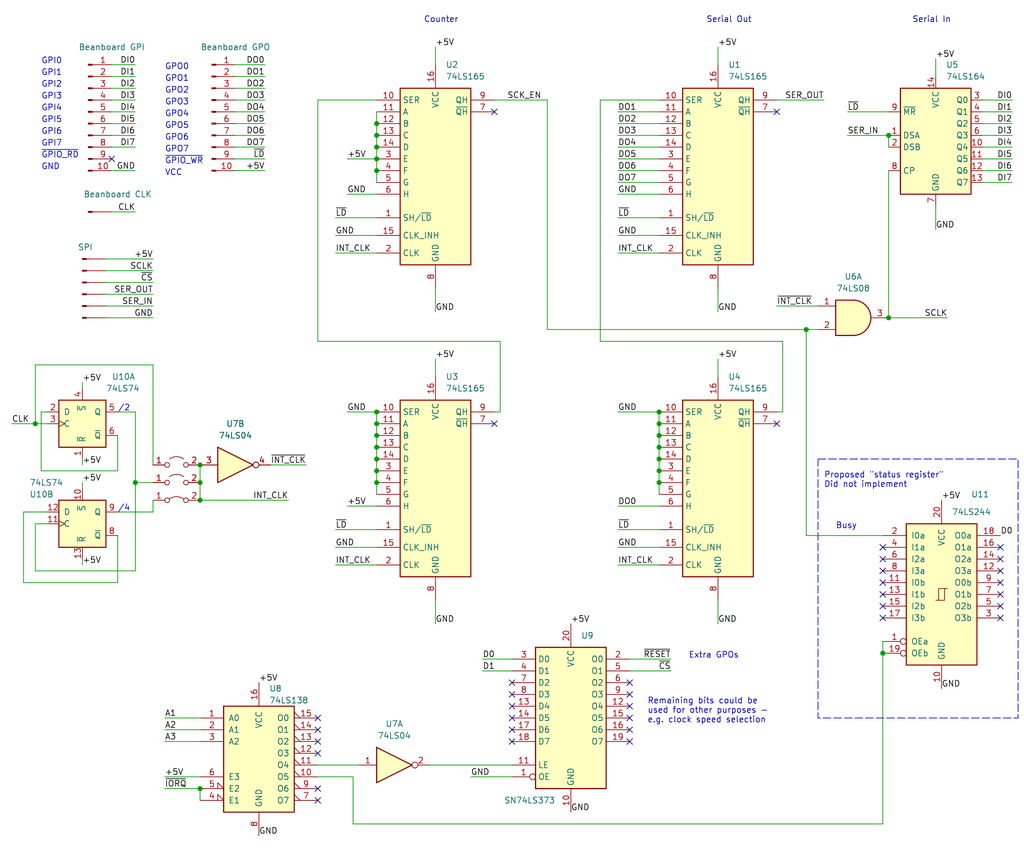
<source format=kicad_sch>
(kicad_sch (version 20230121) (generator eeschema)
  (paper "User" 221.005 183.007)
  (title_block (title "SPI transmit"))
  (lib_symbols
    (symbol "74LS164:74LS164"
      (property "Reference" "U" (at 1.905 -13.97 0))
      (property "Value" "74LS164" (at 1.905 -16.51 0))
      (symbol "74LS164_0_1"
        (rectangle (start 7.62 10.16) (end -7.62 -12.7) (stroke (width 0.254)) (fill (type background)))
      )
      (symbol "74LS164_1_1"
        (pin input line (at -10.16 0 0) (length 2.54) (name "DSA") (number "1"))
        (pin output line (at 10.16 -2.54 180) (length 2.54) (name "Q4") (number "10"))
        (pin output line (at 10.16 -5.08 180) (length 2.54) (name "Q5") (number "11"))
        (pin output line (at 10.16 -7.62 180) (length 2.54) (name "Q6") (number "12"))
        (pin output line (at 10.16 -10.16 180) (length 2.54) (name "Q7") (number "13"))
        (pin power_in line (at 0 12.7 270) (length 2.54) (name "VCC") (number "14"))
        (pin input line (at -10.16 -2.54 0) (length 2.54) (name "DSB") (number "2"))
        (pin output line (at 10.16 7.62 180) (length 2.54) (name "Q0") (number "3"))
        (pin output line (at 10.16 5.08 180) (length 2.54) (name "Q1") (number "4"))
        (pin output line (at 10.16 2.54 180) (length 2.54) (name "Q2") (number "5"))
        (pin output line (at 10.16 0 180) (length 2.54) (name "Q3") (number "6"))
        (pin power_in line (at 0 -15.24 90) (length 2.54) (name "GND") (number "7"))
        (pin input line (at -10.16 -7.62 0) (length 2.54) (name "CP") (number "8"))
        (pin input line (at -10.16 5.08 0) (length 2.54) (name "~{MR}") (number "9"))
      )
    )
    (symbol "74LS165:74LS165"
      (property "Reference" "U" (at -7.62 19.05 0))
      (property "Value" "74LS165" (at -7.62 -21.59 0))
      (symbol "74LS165_1_0"
        (pin input line (at -12.7 -10.16 0) (length 5.08) (name "SH/~{LD}") (number "1"))
        (pin input line (at -12.7 15.24 0) (length 5.08) (name "SER") (number "10"))
        (pin input line (at -12.7 12.7 0) (length 5.08) (name "A") (number "11"))
        (pin input line (at -12.7 10.16 0) (length 5.08) (name "B") (number "12"))
        (pin input line (at -12.7 7.62 0) (length 5.08) (name "C") (number "13"))
        (pin input line (at -12.7 5.08 0) (length 5.08) (name "D") (number "14"))
        (pin input line (at -12.7 -13.97 0) (length 5.08) (name "CLK_INH") (number "15"))
        (pin power_in line (at 0 22.86 270) (length 5.08) (name "VCC") (number "16"))
        (pin input line (at -12.7 -17.78 0) (length 5.08) (name "CLK") (number "2"))
        (pin input line (at -12.7 2.54 0) (length 5.08) (name "E") (number "3"))
        (pin input line (at -12.7 0 0) (length 5.08) (name "F") (number "4"))
        (pin input line (at -12.7 -2.54 0) (length 5.08) (name "G") (number "5"))
        (pin input line (at -12.7 -5.08 0) (length 5.08) (name "H") (number "6"))
        (pin output line (at 12.7 12.7 180) (length 5.08) (name "~{QH}") (number "7"))
        (pin power_in line (at 0 -25.4 90) (length 5.08) (name "GND") (number "8"))
        (pin output line (at 12.7 15.24 180) (length 5.08) (name "QH") (number "9"))
      )
      (symbol "74LS165_1_1"
        (rectangle (start -7.62 17.78) (end 7.62 -20.32) (stroke (width 0.254)) (fill (type background)))
      )
    )
    (symbol "74xx:74LS04"
      (property "Reference" "U" (at 0 1.27 0))
      (property "Value" "74LS04" (at 0 -1.27 0))
      (symbol "74LS04_1_0"
        (polyline (pts (xy -3.81 3.81) (xy -3.81 -3.81) (xy 3.81 0) (xy -3.81 3.81)) (stroke (width 0.254)) (fill (type background)))
        (pin input line (at -7.62 0 0) (length 3.81) (name "~") (number "1"))
        (pin output inverted (at 7.62 0 180) (length 3.81) (name "~") (number "2"))
      )
      (symbol "74LS04_2_0"
        (polyline (pts (xy -3.81 3.81) (xy -3.81 -3.81) (xy 3.81 0) (xy -3.81 3.81)) (stroke (width 0.254)) (fill (type background)))
        (pin input line (at -7.62 0 0) (length 3.81) (name "~") (number "3"))
        (pin output inverted (at 7.62 0 180) (length 3.81) (name "~") (number "4"))
      )
      (symbol "74LS04_3_0"
        (polyline (pts (xy -3.81 3.81) (xy -3.81 -3.81) (xy 3.81 0) (xy -3.81 3.81)) (stroke (width 0.254)) (fill (type background)))
        (pin input line (at -7.62 0 0) (length 3.81) (name "~") (number "5"))
        (pin output inverted (at 7.62 0 180) (length 3.81) (name "~") (number "6"))
      )
      (symbol "74LS04_4_0"
        (polyline (pts (xy -3.81 3.81) (xy -3.81 -3.81) (xy 3.81 0) (xy -3.81 3.81)) (stroke (width 0.254)) (fill (type background)))
        (pin output inverted (at 7.62 0 180) (length 3.81) (name "~") (number "8"))
        (pin input line (at -7.62 0 0) (length 3.81) (name "~") (number "9"))
      )
      (symbol "74LS04_5_0"
        (polyline (pts (xy -3.81 3.81) (xy -3.81 -3.81) (xy 3.81 0) (xy -3.81 3.81)) (stroke (width 0.254)) (fill (type background)))
        (pin output inverted (at 7.62 0 180) (length 3.81) (name "~") (number "10"))
        (pin input line (at -7.62 0 0) (length 3.81) (name "~") (number "11"))
      )
      (symbol "74LS04_6_0"
        (polyline (pts (xy -3.81 3.81) (xy -3.81 -3.81) (xy 3.81 0) (xy -3.81 3.81)) (stroke (width 0.254)) (fill (type background)))
        (pin output inverted (at 7.62 0 180) (length 3.81) (name "~") (number "12"))
        (pin input line (at -7.62 0 0) (length 3.81) (name "~") (number "13"))
      )
      (symbol "74LS04_7_0"
        (pin power_in line (at 0 12.7 270) (length 5.08) (name "VCC") (number "14"))
        (pin power_in line (at 0 -12.7 90) (length 5.08) (name "GND") (number "7"))
      )
      (symbol "74LS04_7_1"
        (rectangle (start -5.08 7.62) (end 5.08 -7.62) (stroke (width 0.254)) (fill (type background)))
      )
    )
    (symbol "74xx:74LS08" (pin_names (offset 1.016))
      (property "Reference" "U" (at 0 1.27 0))
      (property "Value" "74LS08" (at 0 -1.27 0))
      (symbol "74LS08_1_1"
        (arc (start 0 -3.81) (mid 3.7934 0) (end 0 3.81) (stroke (width 0.254)) (fill (type background)))
        (polyline (pts (xy 0 3.81) (xy -3.81 3.81) (xy -3.81 -3.81) (xy 0 -3.81)) (stroke (width 0.254)) (fill (type background)))
        (pin input line (at -7.62 2.54 0) (length 3.81) (name "~") (number "1"))
        (pin input line (at -7.62 -2.54 0) (length 3.81) (name "~") (number "2"))
        (pin output line (at 7.62 0 180) (length 3.81) (name "~") (number "3"))
      )
      (symbol "74LS08_1_2"
        (arc (start -3.81 -3.81) (mid -2.589 0) (end -3.81 3.81) (stroke (width 0.254)))
        (arc (start -0.6096 -3.81) (mid 2.1842 -2.5851) (end 3.81 0) (stroke (width 0.254)) (fill (type background)))
        (polyline (pts (xy -3.81 -3.81) (xy -0.635 -3.81)) (stroke (width 0.254)) (fill (type background)))
        (polyline (pts (xy -3.81 3.81) (xy -0.635 3.81)) (stroke (width 0.254)) (fill (type background)))
        (polyline (pts (xy -0.635 3.81) (xy -3.81 3.81) (xy -3.81 3.81) (xy -3.556 3.4036) (xy -3.0226 2.2606) (xy -2.6924 1.0414) (xy -2.6162 -0.254) (xy -2.7686 -1.4986) (xy -3.175 -2.7178) (xy -3.81 -3.81) (xy -3.81 -3.81) (xy -0.635 -3.81)) (stroke (width -25.4)) (fill (type background)))
        (arc (start 3.81 0) (mid 2.1915 2.5936) (end -0.6096 3.81) (stroke (width 0.254)) (fill (type background)))
        (pin input inverted (at -7.62 2.54 0) (length 4.318) (name "~") (number "1"))
        (pin input inverted (at -7.62 -2.54 0) (length 4.318) (name "~") (number "2"))
        (pin output inverted (at 7.62 0 180) (length 3.81) (name "~") (number "3"))
      )
      (symbol "74LS08_2_1"
        (arc (start 0 -3.81) (mid 3.7934 0) (end 0 3.81) (stroke (width 0.254)) (fill (type background)))
        (polyline (pts (xy 0 3.81) (xy -3.81 3.81) (xy -3.81 -3.81) (xy 0 -3.81)) (stroke (width 0.254)) (fill (type background)))
        (pin input line (at -7.62 2.54 0) (length 3.81) (name "~") (number "4"))
        (pin input line (at -7.62 -2.54 0) (length 3.81) (name "~") (number "5"))
        (pin output line (at 7.62 0 180) (length 3.81) (name "~") (number "6"))
      )
      (symbol "74LS08_2_2"
        (arc (start -3.81 -3.81) (mid -2.589 0) (end -3.81 3.81) (stroke (width 0.254)))
        (arc (start -0.6096 -3.81) (mid 2.1842 -2.5851) (end 3.81 0) (stroke (width 0.254)) (fill (type background)))
        (polyline (pts (xy -3.81 -3.81) (xy -0.635 -3.81)) (stroke (width 0.254)) (fill (type background)))
        (polyline (pts (xy -3.81 3.81) (xy -0.635 3.81)) (stroke (width 0.254)) (fill (type background)))
        (polyline (pts (xy -0.635 3.81) (xy -3.81 3.81) (xy -3.81 3.81) (xy -3.556 3.4036) (xy -3.0226 2.2606) (xy -2.6924 1.0414) (xy -2.6162 -0.254) (xy -2.7686 -1.4986) (xy -3.175 -2.7178) (xy -3.81 -3.81) (xy -3.81 -3.81) (xy -0.635 -3.81)) (stroke (width -25.4)) (fill (type background)))
        (arc (start 3.81 0) (mid 2.1915 2.5936) (end -0.6096 3.81) (stroke (width 0.254)) (fill (type background)))
        (pin input inverted (at -7.62 2.54 0) (length 4.318) (name "~") (number "4"))
        (pin input inverted (at -7.62 -2.54 0) (length 4.318) (name "~") (number "5"))
        (pin output inverted (at 7.62 0 180) (length 3.81) (name "~") (number "6"))
      )
      (symbol "74LS08_3_1"
        (arc (start 0 -3.81) (mid 3.7934 0) (end 0 3.81) (stroke (width 0.254)) (fill (type background)))
        (polyline (pts (xy 0 3.81) (xy -3.81 3.81) (xy -3.81 -3.81) (xy 0 -3.81)) (stroke (width 0.254)) (fill (type background)))
        (pin input line (at -7.62 -2.54 0) (length 3.81) (name "~") (number "10"))
        (pin output line (at 7.62 0 180) (length 3.81) (name "~") (number "8"))
        (pin input line (at -7.62 2.54 0) (length 3.81) (name "~") (number "9"))
      )
      (symbol "74LS08_3_2"
        (arc (start -3.81 -3.81) (mid -2.589 0) (end -3.81 3.81) (stroke (width 0.254)))
        (arc (start -0.6096 -3.81) (mid 2.1842 -2.5851) (end 3.81 0) (stroke (width 0.254)) (fill (type background)))
        (polyline (pts (xy -3.81 -3.81) (xy -0.635 -3.81)) (stroke (width 0.254)) (fill (type background)))
        (polyline (pts (xy -3.81 3.81) (xy -0.635 3.81)) (stroke (width 0.254)) (fill (type background)))
        (polyline (pts (xy -0.635 3.81) (xy -3.81 3.81) (xy -3.81 3.81) (xy -3.556 3.4036) (xy -3.0226 2.2606) (xy -2.6924 1.0414) (xy -2.6162 -0.254) (xy -2.7686 -1.4986) (xy -3.175 -2.7178) (xy -3.81 -3.81) (xy -3.81 -3.81) (xy -0.635 -3.81)) (stroke (width -25.4)) (fill (type background)))
        (arc (start 3.81 0) (mid 2.1915 2.5936) (end -0.6096 3.81) (stroke (width 0.254)) (fill (type background)))
        (pin input inverted (at -7.62 -2.54 0) (length 4.318) (name "~") (number "10"))
        (pin output inverted (at 7.62 0 180) (length 3.81) (name "~") (number "8"))
        (pin input inverted (at -7.62 2.54 0) (length 4.318) (name "~") (number "9"))
      )
      (symbol "74LS08_4_1"
        (arc (start 0 -3.81) (mid 3.7934 0) (end 0 3.81) (stroke (width 0.254)) (fill (type background)))
        (polyline (pts (xy 0 3.81) (xy -3.81 3.81) (xy -3.81 -3.81) (xy 0 -3.81)) (stroke (width 0.254)) (fill (type background)))
        (pin output line (at 7.62 0 180) (length 3.81) (name "~") (number "11"))
        (pin input line (at -7.62 2.54 0) (length 3.81) (name "~") (number "12"))
        (pin input line (at -7.62 -2.54 0) (length 3.81) (name "~") (number "13"))
      )
      (symbol "74LS08_4_2"
        (arc (start -3.81 -3.81) (mid -2.589 0) (end -3.81 3.81) (stroke (width 0.254)))
        (arc (start -0.6096 -3.81) (mid 2.1842 -2.5851) (end 3.81 0) (stroke (width 0.254)) (fill (type background)))
        (polyline (pts (xy -3.81 -3.81) (xy -0.635 -3.81)) (stroke (width 0.254)) (fill (type background)))
        (polyline (pts (xy -3.81 3.81) (xy -0.635 3.81)) (stroke (width 0.254)) (fill (type background)))
        (polyline (pts (xy -0.635 3.81) (xy -3.81 3.81) (xy -3.81 3.81) (xy -3.556 3.4036) (xy -3.0226 2.2606) (xy -2.6924 1.0414) (xy -2.6162 -0.254) (xy -2.7686 -1.4986) (xy -3.175 -2.7178) (xy -3.81 -3.81) (xy -3.81 -3.81) (xy -0.635 -3.81)) (stroke (width -25.4)) (fill (type background)))
        (arc (start 3.81 0) (mid 2.1915 2.5936) (end -0.6096 3.81) (stroke (width 0.254)) (fill (type background)))
        (pin output inverted (at 7.62 0 180) (length 3.81) (name "~") (number "11"))
        (pin input inverted (at -7.62 2.54 0) (length 4.318) (name "~") (number "12"))
        (pin input inverted (at -7.62 -2.54 0) (length 4.318) (name "~") (number "13"))
      )
      (symbol "74LS08_5_0"
        (pin power_in line (at 0 12.7 270) (length 5.08) (name "VCC") (number "14"))
        (pin power_in line (at 0 -12.7 90) (length 5.08) (name "GND") (number "7"))
      )
      (symbol "74LS08_5_1"
        (rectangle (start -5.08 7.62) (end 5.08 -7.62) (stroke (width 0.254)) (fill (type background)))
      )
    )
    (symbol "74xx:74LS138" (pin_names (offset 1.016))
      (property "Reference" "U" (at -7.62 11.43 0))
      (property "Value" "74LS138" (at -7.62 -13.97 0))
      (symbol "74LS138_1_0"
        (pin input line (at -12.7 7.62 0) (length 5.08) (name "A0") (number "1"))
        (pin output output_low (at 12.7 -5.08 180) (length 5.08) (name "O5") (number "10"))
        (pin output output_low (at 12.7 -2.54 180) (length 5.08) (name "O4") (number "11"))
        (pin output output_low (at 12.7 0 180) (length 5.08) (name "O3") (number "12"))
        (pin output output_low (at 12.7 2.54 180) (length 5.08) (name "O2") (number "13"))
        (pin output output_low (at 12.7 5.08 180) (length 5.08) (name "O1") (number "14"))
        (pin output output_low (at 12.7 7.62 180) (length 5.08) (name "O0") (number "15"))
        (pin power_in line (at 0 15.24 270) (length 5.08) (name "VCC") (number "16"))
        (pin input line (at -12.7 5.08 0) (length 5.08) (name "A1") (number "2"))
        (pin input line (at -12.7 2.54 0) (length 5.08) (name "A2") (number "3"))
        (pin input input_low (at -12.7 -10.16 0) (length 5.08) (name "E1") (number "4"))
        (pin input input_low (at -12.7 -7.62 0) (length 5.08) (name "E2") (number "5"))
        (pin input line (at -12.7 -5.08 0) (length 5.08) (name "E3") (number "6"))
        (pin output output_low (at 12.7 -10.16 180) (length 5.08) (name "O7") (number "7"))
        (pin power_in line (at 0 -17.78 90) (length 5.08) (name "GND") (number "8"))
        (pin output output_low (at 12.7 -7.62 180) (length 5.08) (name "O6") (number "9"))
      )
      (symbol "74LS138_1_1"
        (rectangle (start -7.62 10.16) (end 7.62 -12.7) (stroke (width 0.254)) (fill (type background)))
      )
    )
    (symbol "74xx:74LS244" (pin_names (offset 1.016))
      (property "Reference" "U" (at -7.62 16.51 0))
      (property "Value" "74LS244" (at -7.62 -16.51 0))
      (symbol "74LS244_1_0"
        (polyline (pts (xy -0.635 -1.27) (xy -0.635 1.27) (xy 0.635 1.27)))
        (polyline (pts (xy -1.27 -1.27) (xy 0.635 -1.27) (xy 0.635 1.27) (xy 1.27 1.27)))
        (pin input inverted (at -12.7 -10.16 0) (length 5.08) (name "OEa") (number "1"))
        (pin power_in line (at 0 -20.32 90) (length 5.08) (name "GND") (number "10"))
        (pin input line (at -12.7 2.54 0) (length 5.08) (name "I0b") (number "11"))
        (pin tri_state line (at 12.7 5.08 180) (length 5.08) (name "O3a") (number "12"))
        (pin input line (at -12.7 0 0) (length 5.08) (name "I1b") (number "13"))
        (pin tri_state line (at 12.7 7.62 180) (length 5.08) (name "O2a") (number "14"))
        (pin input line (at -12.7 -2.54 0) (length 5.08) (name "I2b") (number "15"))
        (pin tri_state line (at 12.7 10.16 180) (length 5.08) (name "O1a") (number "16"))
        (pin input line (at -12.7 -5.08 0) (length 5.08) (name "I3b") (number "17"))
        (pin tri_state line (at 12.7 12.7 180) (length 5.08) (name "O0a") (number "18"))
        (pin input inverted (at -12.7 -12.7 0) (length 5.08) (name "OEb") (number "19"))
        (pin input line (at -12.7 12.7 0) (length 5.08) (name "I0a") (number "2"))
        (pin power_in line (at 0 20.32 270) (length 5.08) (name "VCC") (number "20"))
        (pin tri_state line (at 12.7 -5.08 180) (length 5.08) (name "O3b") (number "3"))
        (pin input line (at -12.7 10.16 0) (length 5.08) (name "I1a") (number "4"))
        (pin tri_state line (at 12.7 -2.54 180) (length 5.08) (name "O2b") (number "5"))
        (pin input line (at -12.7 7.62 0) (length 5.08) (name "I2a") (number "6"))
        (pin tri_state line (at 12.7 0 180) (length 5.08) (name "O1b") (number "7"))
        (pin input line (at -12.7 5.08 0) (length 5.08) (name "I3a") (number "8"))
        (pin tri_state line (at 12.7 2.54 180) (length 5.08) (name "O0b") (number "9"))
      )
      (symbol "74LS244_1_1"
        (rectangle (start -7.62 15.24) (end 7.62 -15.24) (stroke (width 0.254)) (fill (type background)))
      )
    )
    (symbol "74xx:74LS373"
      (property "Reference" "U" (at -7.62 16.51 0))
      (property "Value" "74LS373" (at -7.62 -16.51 0))
      (symbol "74LS373_1_0"
        (pin input inverted (at -12.7 -12.7 0) (length 5.08) (name "OE") (number "1"))
        (pin power_in line (at 0 -20.32 90) (length 5.08) (name "GND") (number "10"))
        (pin input line (at -12.7 -10.16 0) (length 5.08) (name "LE") (number "11"))
        (pin tri_state line (at 12.7 2.54 180) (length 5.08) (name "O4") (number "12"))
        (pin input line (at -12.7 2.54 0) (length 5.08) (name "D4") (number "13"))
        (pin input line (at -12.7 0 0) (length 5.08) (name "D5") (number "14"))
        (pin tri_state line (at 12.7 0 180) (length 5.08) (name "O5") (number "15"))
        (pin tri_state line (at 12.7 -2.54 180) (length 5.08) (name "O6") (number "16"))
        (pin input line (at -12.7 -2.54 0) (length 5.08) (name "D6") (number "17"))
        (pin input line (at -12.7 -5.08 0) (length 5.08) (name "D7") (number "18"))
        (pin tri_state line (at 12.7 -5.08 180) (length 5.08) (name "O7") (number "19"))
        (pin tri_state line (at 12.7 12.7 180) (length 5.08) (name "O0") (number "2"))
        (pin power_in line (at 0 20.32 270) (length 5.08) (name "VCC") (number "20"))
        (pin input line (at -12.7 12.7 0) (length 5.08) (name "D0") (number "3"))
        (pin input line (at -12.7 10.16 0) (length 5.08) (name "D1") (number "4"))
        (pin tri_state line (at 12.7 10.16 180) (length 5.08) (name "O1") (number "5"))
        (pin tri_state line (at 12.7 7.62 180) (length 5.08) (name "O2") (number "6"))
        (pin input line (at -12.7 7.62 0) (length 5.08) (name "D2") (number "7"))
        (pin input line (at -12.7 5.08 0) (length 5.08) (name "D3") (number "8"))
        (pin tri_state line (at 12.7 5.08 180) (length 5.08) (name "O3") (number "9"))
      )
      (symbol "74LS373_1_1"
        (rectangle (start -7.62 15.24) (end 7.62 -15.24) (stroke (width 0.254)) (fill (type background)))
      )
    )
    (symbol "74xx:74LS74" (pin_names (offset 1.016))
      (property "Reference" "U" (at -7.62 8.89 0))
      (property "Value" "74LS74" (at -7.62 -8.89 0))
      (symbol "74LS74_1_0"
        (pin input line (at 0 -7.62 90) (length 2.54) (name "~{R}") (number "1"))
        (pin input line (at -7.62 2.54 0) (length 2.54) (name "D") (number "2"))
        (pin input clock (at -7.62 0 0) (length 2.54) (name "C") (number "3"))
        (pin input line (at 0 7.62 270) (length 2.54) (name "~{S}") (number "4"))
        (pin output line (at 7.62 2.54 180) (length 2.54) (name "Q") (number "5"))
        (pin output line (at 7.62 -2.54 180) (length 2.54) (name "~{Q}") (number "6"))
      )
      (symbol "74LS74_1_1"
        (rectangle (start -5.08 5.08) (end 5.08 -5.08) (stroke (width 0.254)) (fill (type background)))
      )
      (symbol "74LS74_2_0"
        (pin input line (at 0 7.62 270) (length 2.54) (name "~{S}") (number "10"))
        (pin input clock (at -7.62 0 0) (length 2.54) (name "C") (number "11"))
        (pin input line (at -7.62 2.54 0) (length 2.54) (name "D") (number "12"))
        (pin input line (at 0 -7.62 90) (length 2.54) (name "~{R}") (number "13"))
        (pin output line (at 7.62 -2.54 180) (length 2.54) (name "~{Q}") (number "8"))
        (pin output line (at 7.62 2.54 180) (length 2.54) (name "Q") (number "9"))
      )
      (symbol "74LS74_2_1"
        (rectangle (start -5.08 5.08) (end 5.08 -5.08) (stroke (width 0.254)) (fill (type background)))
      )
      (symbol "74LS74_3_0"
        (pin power_in line (at 0 10.16 270) (length 2.54) (name "VCC") (number "14"))
        (pin power_in line (at 0 -10.16 90) (length 2.54) (name "GND") (number "7"))
      )
      (symbol "74LS74_3_1"
        (rectangle (start -5.08 7.62) (end 5.08 -7.62) (stroke (width 0.254)) (fill (type background)))
      )
    )
    (symbol "Conn_01x10_Pin_1" (pin_names (offset 1.016) hide)
      (property "Reference" "J" (at 0 12.7 0))
      (property "Value" "Conn_01x10_Pin" (at 0 -15.24 0))
      (symbol "Conn_01x10_Pin_1_1_1"
        (polyline (pts (xy 1.27 -12.7) (xy 0.8636 -12.7)) (stroke (width 0.1524)))
        (polyline (pts (xy 1.27 -10.16) (xy 0.8636 -10.16)) (stroke (width 0.1524)))
        (polyline (pts (xy 1.27 -7.62) (xy 0.8636 -7.62)) (stroke (width 0.1524)))
        (polyline (pts (xy 1.27 -5.08) (xy 0.8636 -5.08)) (stroke (width 0.1524)))
        (polyline (pts (xy 1.27 -2.54) (xy 0.8636 -2.54)) (stroke (width 0.1524)))
        (polyline (pts (xy 1.27 0) (xy 0.8636 0)) (stroke (width 0.1524)))
        (polyline (pts (xy 1.27 2.54) (xy 0.8636 2.54)) (stroke (width 0.1524)))
        (polyline (pts (xy 1.27 5.08) (xy 0.8636 5.08)) (stroke (width 0.1524)))
        (polyline (pts (xy 1.27 7.62) (xy 0.8636 7.62)) (stroke (width 0.1524)))
        (polyline (pts (xy 1.27 10.16) (xy 0.8636 10.16)) (stroke (width 0.1524)))
        (rectangle (start 0.8636 -12.573) (end 0 -12.827) (stroke (width 0.1524)) (fill (type outline)))
        (rectangle (start 0.8636 -10.033) (end 0 -10.287) (stroke (width 0.1524)) (fill (type outline)))
        (rectangle (start 0.8636 -7.493) (end 0 -7.747) (stroke (width 0.1524)) (fill (type outline)))
        (rectangle (start 0.8636 -4.953) (end 0 -5.207) (stroke (width 0.1524)) (fill (type outline)))
        (rectangle (start 0.8636 -2.413) (end 0 -2.667) (stroke (width 0.1524)) (fill (type outline)))
        (rectangle (start 0.8636 0.127) (end 0 -0.127) (stroke (width 0.1524)) (fill (type outline)))
        (rectangle (start 0.8636 2.667) (end 0 2.413) (stroke (width 0.1524)) (fill (type outline)))
        (rectangle (start 0.8636 5.207) (end 0 4.953) (stroke (width 0.1524)) (fill (type outline)))
        (rectangle (start 0.8636 7.747) (end 0 7.493) (stroke (width 0.1524)) (fill (type outline)))
        (rectangle (start 0.8636 10.287) (end 0 10.033) (stroke (width 0.1524)) (fill (type outline)))
        (pin passive line (at 5.08 10.16 180) (length 3.81) (name "Pin_1") (number "1"))
        (pin passive line (at 5.08 -12.7 180) (length 3.81) (name "Pin_10") (number "10"))
        (pin passive line (at 5.08 7.62 180) (length 3.81) (name "Pin_2") (number "2"))
        (pin passive line (at 5.08 5.08 180) (length 3.81) (name "Pin_3") (number "3"))
        (pin passive line (at 5.08 2.54 180) (length 3.81) (name "Pin_4") (number "4"))
        (pin passive line (at 5.08 0 180) (length 3.81) (name "Pin_5") (number "5"))
        (pin passive line (at 5.08 -2.54 180) (length 3.81) (name "Pin_6") (number "6"))
        (pin passive line (at 5.08 -5.08 180) (length 3.81) (name "Pin_7") (number "7"))
        (pin passive line (at 5.08 -7.62 180) (length 3.81) (name "Pin_8") (number "8"))
        (pin passive line (at 5.08 -10.16 180) (length 3.81) (name "Pin_9") (number "9"))
      )
    )
    (symbol "Connector:Conn_01x01_Pin" (pin_numbers hide) (pin_names (offset 1.016) hide)
      (property "Reference" "J" (at 0 2.54 0))
      (property "Value" "Conn_01x01_Pin" (at 0 -2.54 0))
      (symbol "Conn_01x01_Pin_1_1"
        (polyline (pts (xy 1.27 0) (xy 0.8636 0)) (stroke (width 0.1524)))
        (rectangle (start 0.8636 0.127) (end 0 -0.127) (stroke (width 0.1524)) (fill (type outline)))
        (pin passive line (at 5.08 0 180) (length 3.81) (name "Pin_1") (number "1"))
      )
    )
    (symbol "Connector:Conn_01x06_Pin" (pin_numbers hide) (pin_names (offset 1.016) hide)
      (property "Reference" "J" (at 0 7.62 0))
      (property "Value" "Conn_01x06_Pin" (at 0 -10.16 0))
      (symbol "Conn_01x06_Pin_1_1"
        (polyline (pts (xy 1.27 -7.62) (xy 0.8636 -7.62)) (stroke (width 0.1524)))
        (polyline (pts (xy 1.27 -5.08) (xy 0.8636 -5.08)) (stroke (width 0.1524)))
        (polyline (pts (xy 1.27 -2.54) (xy 0.8636 -2.54)) (stroke (width 0.1524)))
        (polyline (pts (xy 1.27 0) (xy 0.8636 0)) (stroke (width 0.1524)))
        (polyline (pts (xy 1.27 2.54) (xy 0.8636 2.54)) (stroke (width 0.1524)))
        (polyline (pts (xy 1.27 5.08) (xy 0.8636 5.08)) (stroke (width 0.1524)))
        (rectangle (start 0.8636 -7.493) (end 0 -7.747) (stroke (width 0.1524)) (fill (type outline)))
        (rectangle (start 0.8636 -4.953) (end 0 -5.207) (stroke (width 0.1524)) (fill (type outline)))
        (rectangle (start 0.8636 -2.413) (end 0 -2.667) (stroke (width 0.1524)) (fill (type outline)))
        (rectangle (start 0.8636 0.127) (end 0 -0.127) (stroke (width 0.1524)) (fill (type outline)))
        (rectangle (start 0.8636 2.667) (end 0 2.413) (stroke (width 0.1524)) (fill (type outline)))
        (rectangle (start 0.8636 5.207) (end 0 4.953) (stroke (width 0.1524)) (fill (type outline)))
        (pin passive line (at 5.08 5.08 180) (length 3.81) (name "Pin_1") (number "1"))
        (pin passive line (at 5.08 2.54 180) (length 3.81) (name "Pin_2") (number "2"))
        (pin passive line (at 5.08 0 180) (length 3.81) (name "Pin_3") (number "3"))
        (pin passive line (at 5.08 -2.54 180) (length 3.81) (name "Pin_4") (number "4"))
        (pin passive line (at 5.08 -5.08 180) (length 3.81) (name "Pin_5") (number "5"))
        (pin passive line (at 5.08 -7.62 180) (length 3.81) (name "Pin_6") (number "6"))
      )
    )
    (symbol "Connector:Conn_01x10_Pin" (pin_names (offset 1.016) hide)
      (property "Reference" "J" (at 0 12.7 0))
      (property "Value" "Conn_01x10_Pin" (at 0 -15.24 0))
      (symbol "Conn_01x10_Pin_1_1"
        (polyline (pts (xy 1.27 -12.7) (xy 0.8636 -12.7)) (stroke (width 0.1524)))
        (polyline (pts (xy 1.27 -10.16) (xy 0.8636 -10.16)) (stroke (width 0.1524)))
        (polyline (pts (xy 1.27 -7.62) (xy 0.8636 -7.62)) (stroke (width 0.1524)))
        (polyline (pts (xy 1.27 -5.08) (xy 0.8636 -5.08)) (stroke (width 0.1524)))
        (polyline (pts (xy 1.27 -2.54) (xy 0.8636 -2.54)) (stroke (width 0.1524)))
        (polyline (pts (xy 1.27 0) (xy 0.8636 0)) (stroke (width 0.1524)))
        (polyline (pts (xy 1.27 2.54) (xy 0.8636 2.54)) (stroke (width 0.1524)))
        (polyline (pts (xy 1.27 5.08) (xy 0.8636 5.08)) (stroke (width 0.1524)))
        (polyline (pts (xy 1.27 7.62) (xy 0.8636 7.62)) (stroke (width 0.1524)))
        (polyline (pts (xy 1.27 10.16) (xy 0.8636 10.16)) (stroke (width 0.1524)))
        (rectangle (start 0.8636 -12.573) (end 0 -12.827) (stroke (width 0.1524)) (fill (type outline)))
        (rectangle (start 0.8636 -10.033) (end 0 -10.287) (stroke (width 0.1524)) (fill (type outline)))
        (rectangle (start 0.8636 -7.493) (end 0 -7.747) (stroke (width 0.1524)) (fill (type outline)))
        (rectangle (start 0.8636 -4.953) (end 0 -5.207) (stroke (width 0.1524)) (fill (type outline)))
        (rectangle (start 0.8636 -2.413) (end 0 -2.667) (stroke (width 0.1524)) (fill (type outline)))
        (rectangle (start 0.8636 0.127) (end 0 -0.127) (stroke (width 0.1524)) (fill (type outline)))
        (rectangle (start 0.8636 2.667) (end 0 2.413) (stroke (width 0.1524)) (fill (type outline)))
        (rectangle (start 0.8636 5.207) (end 0 4.953) (stroke (width 0.1524)) (fill (type outline)))
        (rectangle (start 0.8636 7.747) (end 0 7.493) (stroke (width 0.1524)) (fill (type outline)))
        (rectangle (start 0.8636 10.287) (end 0 10.033) (stroke (width 0.1524)) (fill (type outline)))
        (pin passive line (at 5.08 10.16 180) (length 3.81) (name "Pin_1") (number "1"))
        (pin passive line (at 5.08 -12.7 180) (length 3.81) (name "Pin_10") (number "10"))
        (pin passive line (at 5.08 7.62 180) (length 3.81) (name "Pin_2") (number "2"))
        (pin passive line (at 5.08 5.08 180) (length 3.81) (name "Pin_3") (number "3"))
        (pin passive line (at 5.08 2.54 180) (length 3.81) (name "Pin_4") (number "4"))
        (pin passive line (at 5.08 0 180) (length 3.81) (name "Pin_5") (number "5"))
        (pin passive line (at 5.08 -2.54 180) (length 3.81) (name "Pin_6") (number "6"))
        (pin passive line (at 5.08 -5.08 180) (length 3.81) (name "Pin_7") (number "7"))
        (pin passive line (at 5.08 -7.62 180) (length 3.81) (name "Pin_8") (number "8"))
        (pin passive line (at 5.08 -10.16 180) (length 3.81) (name "Pin_9") (number "9"))
      )
    )
    (symbol "Jumper:Jumper_2_Bridged" (pin_names (offset 0) hide)
      (property "Reference" "JP" (at 0 1.905 0))
      (property "Value" "Jumper_2_Bridged" (at 0 -2.54 0))
      (symbol "Jumper_2_Bridged_0_0"
        (circle (center -2.032 0) (radius 0.508))
        (circle (center 2.032 0) (radius 0.508))
      )
      (symbol "Jumper_2_Bridged_0_1"
        (arc (start 1.524 0.254) (mid 0 0.762) (end -1.524 0.254))
      )
      (symbol "Jumper_2_Bridged_1_1"
        (pin passive line (at -5.08 0 0) (length 2.54) (name "A") (number "1"))
        (pin passive line (at 5.08 0 180) (length 2.54) (name "B") (number "2"))
      )
    )
    (symbol "Jumper:Jumper_2_Open" (pin_names (offset 0) hide)
      (property "Reference" "JP" (at 0 2.794 0))
      (property "Value" "Jumper_2_Open" (at 0 -2.286 0))
      (symbol "Jumper_2_Open_0_0"
        (circle (center -2.032 0) (radius 0.508))
        (circle (center 2.032 0) (radius 0.508))
      )
      (symbol "Jumper_2_Open_0_1"
        (arc (start 1.524 1.27) (mid 0 1.778) (end -1.524 1.27))
      )
      (symbol "Jumper_2_Open_1_1"
        (pin passive line (at -5.08 0 0) (length 2.54) (name "A") (number "1"))
        (pin passive line (at 5.08 0 180) (length 2.54) (name "B") (number "2"))
      )
    )
  )
  (junction (at 81.28 93.98))
  (junction (at 142.24 101.6))
  (junction (at 81.28 101.6))
  (junction (at 7.62 91.44))
  (junction (at 142.24 88.9))
  (junction (at 142.24 93.98))
  (junction (at 81.28 91.44))
  (junction (at 142.24 91.44))
  (junction (at 43.18 104.14))
  (junction (at 43.18 100.33))
  (junction (at 190.5 140.97))
  (junction (at 81.28 36.83))
  (junction (at 81.28 26.67))
  (junction (at 173.99 71.12))
  (junction (at 43.18 170.18))
  (junction (at 81.28 99.06))
  (junction (at 142.24 96.52))
  (junction (at 191.77 68.58))
  (junction (at 43.18 107.95))
  (junction (at 81.28 34.29))
  (junction (at 81.28 29.21))
  (junction (at 81.28 31.75))
  (junction (at 142.24 99.06))
  (junction (at 29.21 104.14))
  (junction (at 142.24 104.14))
  (junction (at 81.28 104.14))
  (junction (at 81.28 96.52))
  (junction (at 191.77 29.21))
  (junction (at 81.28 88.9))
  (no_connect (at 68.58 160.02))
  (no_connect (at 68.58 170.18))
  (no_connect (at 190.5 120.65))
  (no_connect (at 135.89 157.48))
  (no_connect (at 167.64 24.13))
  (no_connect (at 135.89 154.94))
  (no_connect (at 110.49 152.4))
  (no_connect (at 106.68 91.44))
  (no_connect (at 190.5 128.27))
  (no_connect (at 215.9 128.27))
  (no_connect (at 110.49 149.86))
  (no_connect (at 215.9 125.73))
  (no_connect (at 215.9 118.11))
  (no_connect (at 190.5 133.35))
  (no_connect (at 110.49 154.94))
  (no_connect (at 106.68 24.13))
  (no_connect (at 110.49 157.48))
  (no_connect (at 110.49 147.32))
  (no_connect (at 190.5 118.11))
  (no_connect (at 190.5 123.19))
  (no_connect (at 68.58 154.94))
  (no_connect (at 135.89 160.02))
  (no_connect (at 68.58 162.56))
  (no_connect (at 190.5 130.81))
  (no_connect (at 68.58 172.72))
  (no_connect (at 190.5 125.73))
  (no_connect (at 215.9 130.81))
  (no_connect (at 24.13 34.29))
  (no_connect (at 68.58 157.48))
  (no_connect (at 215.9 133.35))
  (no_connect (at 135.89 149.86))
  (no_connect (at 135.89 152.4))
  (no_connect (at 215.9 123.19))
  (no_connect (at 215.9 120.65))
  (no_connect (at 110.49 160.02))
  (no_connect (at 135.89 147.32))
  (no_connect (at 167.64 91.44))
  (wire (pts (xy 212.09 39.37) (xy 218.44 39.37)))
  (wire (pts (xy 24.13 16.51) (xy 29.21 16.51)))
  (wire (pts (xy 35.56 167.64) (xy 43.18 167.64)))
  (wire (pts (xy 74.93 41.91) (xy 81.28 41.91)))
  (wire (pts (xy 68.58 165.1) (xy 77.47 165.1)))
  (wire (pts (xy 190.5 138.43) (xy 190.5 140.97)))
  (wire (pts (xy 25.4 93.98) (xy 25.4 101.6)))
  (wire (pts (xy 72.39 50.8) (xy 81.28 50.8)))
  (wire (pts (xy 118.11 21.59) (xy 118.11 71.12)))
  (wire (pts (xy 57.15 16.51) (xy 50.8 16.51)))
  (wire (pts (xy 17.78 104.14) (xy 17.78 105.41)))
  (wire (pts (xy 154.94 134.62) (xy 154.94 129.54)))
  (wire (pts (xy 212.09 26.67) (xy 218.44 26.67)))
  (wire (pts (xy 133.35 54.61) (xy 142.24 54.61)))
  (wire (pts (xy 93.98 134.62) (xy 93.98 129.54)))
  (wire (pts (xy 76.2 167.64) (xy 68.58 167.64)))
  (wire (pts (xy 212.09 29.21) (xy 218.44 29.21)))
  (wire (pts (xy 58.42 100.33) (xy 66.04 100.33)))
  (wire (pts (xy 81.28 93.98) (xy 81.28 96.52)))
  (wire (pts (xy 81.28 96.52) (xy 81.28 99.06)))
  (wire (pts (xy 168.91 88.9) (xy 168.91 73.66)))
  (wire (pts (xy 133.35 34.29) (xy 142.24 34.29)))
  (wire (pts (xy 43.18 170.18) (xy 43.18 172.72)))
  (wire (pts (xy 92.71 165.1) (xy 110.49 165.1)))
  (wire (pts (xy 81.28 99.06) (xy 81.28 101.6)))
  (wire (pts (xy 167.64 21.59) (xy 177.8 21.59)))
  (wire (pts (xy 74.93 34.29) (xy 81.28 34.29)))
  (wire (pts (xy 81.28 24.13) (xy 81.28 26.67)))
  (wire (pts (xy 5.08 125.73) (xy 5.08 110.49)))
  (wire (pts (xy 168.91 88.9) (xy 167.64 88.9)))
  (wire (pts (xy 173.99 115.57) (xy 173.99 71.12)))
  (wire (pts (xy 142.24 96.52) (xy 142.24 99.06)))
  (wire (pts (xy 72.39 118.11) (xy 81.28 118.11)))
  (wire (pts (xy 81.28 91.44) (xy 81.28 93.98)))
  (wire (pts (xy 81.28 26.67) (xy 81.28 29.21)))
  (wire (pts (xy 24.13 29.21) (xy 29.21 29.21)))
  (wire (pts (xy 35.56 157.48) (xy 43.18 157.48)))
  (wire (pts (xy 35.56 170.18) (xy 43.18 170.18)))
  (wire (pts (xy 25.4 125.73) (xy 5.08 125.73)))
  (wire (pts (xy 43.18 104.14) (xy 43.18 107.95)))
  (wire (pts (xy 168.91 73.66) (xy 129.54 73.66)))
  (wire (pts (xy 17.78 100.33) (xy 17.78 99.06)))
  (wire (pts (xy 29.21 104.14) (xy 33.02 104.14)))
  (wire (pts (xy 129.54 73.66) (xy 129.54 21.59)))
  (wire (pts (xy 133.35 46.99) (xy 142.24 46.99)))
  (wire (pts (xy 191.77 29.21) (xy 191.77 31.75)))
  (wire (pts (xy 50.8 36.83) (xy 57.15 36.83)))
  (wire (pts (xy 29.21 123.19) (xy 7.62 123.19)))
  (wire (pts (xy 133.35 121.92) (xy 142.24 121.92)))
  (wire (pts (xy 173.99 71.12) (xy 176.53 71.12)))
  (wire (pts (xy 8.89 101.6) (xy 8.89 88.9)))
  (wire (pts (xy 24.13 45.72) (xy 29.21 45.72)))
  (wire (pts (xy 133.35 109.22) (xy 142.24 109.22)))
  (wire (pts (xy 68.58 21.59) (xy 81.28 21.59)))
  (wire (pts (xy 57.15 13.97) (xy 50.8 13.97)))
  (wire (pts (xy 133.35 41.91) (xy 142.24 41.91)))
  (wire (pts (xy 190.5 177.8) (xy 190.5 140.97)))
  (wire (pts (xy 133.35 24.13) (xy 142.24 24.13)))
  (wire (pts (xy 133.35 26.67) (xy 142.24 26.67)))
  (wire (pts (xy 57.15 26.67) (xy 50.8 26.67)))
  (wire (pts (xy 133.35 50.8) (xy 142.24 50.8)))
  (wire (pts (xy 101.6 167.64) (xy 110.49 167.64)))
  (wire (pts (xy 212.09 34.29) (xy 218.44 34.29)))
  (wire (pts (xy 135.89 144.78) (xy 144.78 144.78)))
  (wire (pts (xy 81.28 34.29) (xy 81.28 36.83)))
  (wire (pts (xy 76.2 177.8) (xy 190.5 177.8)))
  (wire (pts (xy 93.98 67.31) (xy 93.98 62.23)))
  (wire (pts (xy 8.89 88.9) (xy 10.16 88.9)))
  (wire (pts (xy 182.88 29.21) (xy 191.77 29.21)))
  (wire (pts (xy 133.35 39.37) (xy 142.24 39.37)))
  (wire (pts (xy 142.24 101.6) (xy 142.24 104.14)))
  (wire (pts (xy 106.68 21.59) (xy 118.11 21.59)))
  (wire (pts (xy 57.15 34.29) (xy 50.8 34.29)))
  (wire (pts (xy 212.09 21.59) (xy 218.44 21.59)))
  (wire (pts (xy 24.13 31.75) (xy 29.21 31.75)))
  (wire (pts (xy 190.5 115.57) (xy 173.99 115.57)))
  (wire (pts (xy 57.15 21.59) (xy 50.8 21.59)))
  (wire (pts (xy 107.95 88.9) (xy 107.95 73.66)))
  (wire (pts (xy 182.88 24.13) (xy 191.77 24.13)))
  (wire (pts (xy 7.62 123.19) (xy 7.62 113.03)))
  (wire (pts (xy 167.64 66.04) (xy 176.53 66.04)))
  (wire (pts (xy 76.2 167.64) (xy 76.2 177.8)))
  (wire (pts (xy 191.77 36.83) (xy 191.77 68.58)))
  (wire (pts (xy 72.39 114.3) (xy 81.28 114.3)))
  (wire (pts (xy 212.09 36.83) (xy 218.44 36.83)))
  (wire (pts (xy 81.28 54.61) (xy 72.39 54.61)))
  (wire (pts (xy 212.09 24.13) (xy 218.44 24.13)))
  (wire (pts (xy 24.13 19.05) (xy 29.21 19.05)))
  (wire (pts (xy 142.24 88.9) (xy 142.24 91.44)))
  (wire (pts (xy 133.35 29.21) (xy 142.24 29.21)))
  (wire (pts (xy 154.94 77.47) (xy 154.94 81.28)))
  (wire (pts (xy 57.15 29.21) (xy 50.8 29.21)))
  (wire (pts (xy 142.24 93.98) (xy 142.24 96.52)))
  (wire (pts (xy 81.28 88.9) (xy 81.28 91.44)))
  (wire (pts (xy 118.11 71.12) (xy 173.99 71.12)))
  (wire (pts (xy 74.93 109.22) (xy 81.28 109.22)))
  (wire (pts (xy 81.28 121.92) (xy 72.39 121.92)))
  (wire (pts (xy 104.14 142.24) (xy 110.49 142.24)))
  (wire (pts (xy 107.95 73.66) (xy 68.58 73.66)))
  (wire (pts (xy 81.28 104.14) (xy 81.28 106.68)))
  (wire (pts (xy 68.58 73.66) (xy 68.58 21.59)))
  (wire (pts (xy 2.54 91.44) (xy 7.62 91.44)))
  (wire (pts (xy 72.39 46.99) (xy 81.28 46.99)))
  (wire (pts (xy 7.62 91.44) (xy 10.16 91.44)))
  (wire (pts (xy 25.4 88.9) (xy 29.21 88.9)))
  (wire (pts (xy 154.94 67.31) (xy 154.94 62.23)))
  (wire (pts (xy 33.02 100.33) (xy 33.02 78.74)))
  (wire (pts (xy 25.4 115.57) (xy 25.4 125.73)))
  (wire (pts (xy 74.93 88.9) (xy 81.28 88.9)))
  (wire (pts (xy 133.35 88.9) (xy 142.24 88.9)))
  (wire (pts (xy 24.13 36.83) (xy 29.21 36.83)))
  (wire (pts (xy 135.89 142.24) (xy 144.78 142.24)))
  (wire (pts (xy 81.28 101.6) (xy 81.28 104.14)))
  (wire (pts (xy 142.24 91.44) (xy 142.24 93.98)))
  (wire (pts (xy 25.4 101.6) (xy 8.89 101.6)))
  (wire (pts (xy 142.24 104.14) (xy 142.24 106.68)))
  (wire (pts (xy 93.98 77.47) (xy 93.98 81.28)))
  (wire (pts (xy 201.93 49.53) (xy 201.93 44.45)))
  (wire (pts (xy 107.95 88.9) (xy 106.68 88.9)))
  (wire (pts (xy 33.02 110.49) (xy 25.4 110.49)))
  (wire (pts (xy 24.13 13.97) (xy 29.21 13.97)))
  (wire (pts (xy 81.28 29.21) (xy 81.28 31.75)))
  (wire (pts (xy 29.21 88.9) (xy 29.21 104.14)))
  (wire (pts (xy 35.56 160.02) (xy 43.18 160.02)))
  (wire (pts (xy 104.14 144.78) (xy 110.49 144.78)))
  (wire (pts (xy 22.86 58.42) (xy 33.02 58.42)))
  (wire (pts (xy 81.28 31.75) (xy 81.28 34.29)))
  (wire (pts (xy 22.86 63.5) (xy 33.02 63.5)))
  (wire (pts (xy 17.78 121.92) (xy 17.78 120.65)))
  (wire (pts (xy 93.98 10.16) (xy 93.98 13.97)))
  (wire (pts (xy 5.08 110.49) (xy 10.16 110.49)))
  (wire (pts (xy 22.86 60.96) (xy 33.02 60.96)))
  (wire (pts (xy 35.56 154.94) (xy 43.18 154.94)))
  (wire (pts (xy 22.86 66.04) (xy 33.02 66.04)))
  (wire (pts (xy 7.62 113.03) (xy 10.16 113.03)))
  (wire (pts (xy 57.15 19.05) (xy 50.8 19.05)))
  (wire (pts (xy 24.13 24.13) (xy 29.21 24.13)))
  (wire (pts (xy 62.23 107.95) (xy 43.18 107.95)))
  (wire (pts (xy 57.15 24.13) (xy 50.8 24.13)))
  (wire (pts (xy 201.93 12.7) (xy 201.93 16.51)))
  (wire (pts (xy 24.13 26.67) (xy 29.21 26.67)))
  (wire (pts (xy 43.18 100.33) (xy 43.18 104.14)))
  (wire (pts (xy 81.28 36.83) (xy 81.28 39.37)))
  (wire (pts (xy 142.24 99.06) (xy 142.24 101.6)))
  (wire (pts (xy 57.15 31.75) (xy 50.8 31.75)))
  (wire (pts (xy 33.02 107.95) (xy 33.02 110.49)))
  (wire (pts (xy 24.13 21.59) (xy 29.21 21.59)))
  (wire (pts (xy 154.94 10.16) (xy 154.94 13.97)))
  (wire (pts (xy 17.78 82.55) (xy 17.78 83.82)))
  (wire (pts (xy 133.35 31.75) (xy 142.24 31.75)))
  (wire (pts (xy 22.86 55.88) (xy 33.02 55.88)))
  (wire (pts (xy 7.62 78.74) (xy 7.62 91.44)))
  (wire (pts (xy 22.86 68.58) (xy 33.02 68.58)))
  (wire (pts (xy 133.35 114.3) (xy 142.24 114.3)))
  (wire (pts (xy 212.09 31.75) (xy 218.44 31.75)))
  (wire (pts (xy 133.35 36.83) (xy 142.24 36.83)))
  (wire (pts (xy 33.02 78.74) (xy 7.62 78.74)))
  (wire (pts (xy 29.21 104.14) (xy 29.21 123.19)))
  (wire (pts (xy 191.77 68.58) (xy 204.47 68.58)))
  (wire (pts (xy 133.35 118.11) (xy 142.24 118.11)))
  (wire (pts (xy 129.54 21.59) (xy 142.24 21.59)))
  (rectangle (start 176.53 99.06) (end 219.71 154.94) (stroke (width 0) (type dash)))
  (text "Serial In" (at 196.85 5.08 0) (effects (font (size 1.27 1.27)) (justify left bottom)))
  (text "GND" (at 8.89 36.83 0) (effects (font (size 1.27 1.27)) (justify left bottom)))
  (text "~{GPIO_RD}" (at 8.89 34.29 0) (effects (font (size 1.27 1.27)) (justify left bottom)))
  (text "GPO5" (at 35.56 27.94 0) (effects (font (size 1.27 1.27)) (justify left bottom)))
  (text "/2" (at 25.4 88.9 0) (effects (font (size 1.27 1.27)) (justify left bottom)))
  (text "~{GPIO_WR}" (at 35.56 35.56 0) (effects (font (size 1.27 1.27)) (justify left bottom)))
  (text "GPO3" (at 35.56 22.86 0) (effects (font (size 1.27 1.27)) (justify left bottom)))
  (text "GPO6" (at 35.56 30.48 0) (effects (font (size 1.27 1.27)) (justify left bottom)))
  (text "GPO1" (at 35.56 17.78 0) (effects (font (size 1.27 1.27)) (justify left bottom)))
  (text "GPO7" (at 35.56 33.02 0) (effects (font (size 1.27 1.27)) (justify left bottom)))
  (text "Busy" (at 180.34 114.3 0) (effects (font (size 1.27 1.27)) (justify left bottom)))
  (text "GPI6" (at 8.89 29.21 0) (effects (font (size 1.27 1.27)) (justify left bottom)))
  (text "GPI1" (at 8.89 16.51 0) (effects (font (size 1.27 1.27)) (justify left bottom)))
  (text "Extra GPOs" (at 148.59 142.24 0) (effects (font (size 1.27 1.27)) (justify left bottom)))
  (text "/4" (at 25.4 110.49 0) (effects (font (size 1.27 1.27)) (justify left bottom)))
  (text "GPO4" (at 35.56 25.4 0) (effects (font (size 1.27 1.27)) (justify left bottom)))
  (text "Serial Out" (at 152.4 5.08 0) (effects (font (size 1.27 1.27)) (justify left bottom)))
  (text "GPI7" (at 8.89 31.75 0) (effects (font (size 1.27 1.27)) (justify left bottom)))
  (text "GPO0" (at 35.56 15.24 0) (effects (font (size 1.27 1.27)) (justify left bottom)))
  (text "GPI4" (at 8.89 24.13 0) (effects (font (size 1.27 1.27)) (justify left bottom)))
  (text "GPI2" (at 8.89 19.05 0) (effects (font (size 1.27 1.27)) (justify left bottom)))
  (text "Proposed \"status register\"\nDid not implement" (at 177.8 105.41 0) (effects (font (size 1.27 1.27)) (justify left bottom)))
  (text "GPO2" (at 35.56 20.32 0) (effects (font (size 1.27 1.27)) (justify left bottom)))
  (text "GPI3" (at 8.89 21.59 0) (effects (font (size 1.27 1.27)) (justify left bottom)))
  (text "GPI5" (at 8.89 26.67 0) (effects (font (size 1.27 1.27)) (justify left bottom)))
  (text "Remaining bits could be \nused for other purposes - \ne.g. clock speed selection" (at 139.7 156.21 0) (effects (font (size 1.27 1.27)) (justify left bottom)))
  (text "Counter" (at 91.44 5.08 0) (effects (font (size 1.27 1.27)) (justify left bottom)))
  (text "VCC" (at 35.56 38.1 0) (effects (font (size 1.27 1.27)) (justify left bottom)))
  (text "GPI0" (at 8.89 13.97 0) (effects (font (size 1.27 1.27)) (justify left bottom)))
  (label "SCK_EN" (at 116.84 21.59 180))
  (label "DO2" (at 57.15 19.05 180))
  (label "INT_CLK" (at 133.35 121.92 0))
  (label "INT_CLK" (at 72.39 54.61 0))
  (label "DI6" (at 29.21 29.21 180))
  (label "GND" (at 154.94 67.31 0))
  (label "GND" (at 203.2 148.59 0))
  (label "DO0" (at 133.35 109.22 0))
  (label "~{LD}" (at 133.35 46.99 0))
  (label "+5V" (at 93.98 77.47 0))
  (label "SCLK" (at 204.47 68.58 180))
  (label "INT_CLK" (at 62.23 107.95 180))
  (label "GND" (at 93.98 134.62 0))
  (label "DO4" (at 57.15 24.13 180))
  (label "DO0" (at 57.15 13.97 180))
  (label "DI0" (at 218.44 21.59 180))
  (label "DI7" (at 218.44 39.37 180))
  (label "+5V" (at 203.2 107.95 0))
  (label "~{LD}" (at 72.39 46.99 0))
  (label "D0" (at 215.9 115.57 0))
  (label "GND" (at 123.19 175.26 0))
  (label "D1" (at 104.14 144.78 0))
  (label "DO1" (at 57.15 16.51 180))
  (label "DI5" (at 29.21 26.67 180))
  (label "DI0" (at 29.21 13.97 180))
  (label "+5V" (at 201.93 12.7 0))
  (label "+5V" (at 17.78 82.55 0))
  (label "GND" (at 29.21 36.83 180))
  (label "INT_CLK" (at 72.39 121.92 0))
  (label "DI4" (at 218.44 31.75 180))
  (label "GND" (at 55.88 180.34 0))
  (label "+5V" (at 17.78 104.14 0))
  (label "GND" (at 72.39 118.11 0))
  (label "GND" (at 133.35 118.11 0))
  (label "+5V" (at 123.19 134.62 0))
  (label "~{RESET}" (at 144.78 142.24 180))
  (label "GND" (at 201.93 49.53 0))
  (label "GND" (at 74.93 88.9 0))
  (label "DO4" (at 133.35 31.75 0))
  (label "GND" (at 133.35 41.91 0))
  (label "DI5" (at 218.44 34.29 180))
  (label "GND" (at 72.39 50.8 0))
  (label "DO7" (at 133.35 39.37 0))
  (label "+5V" (at 55.88 147.32 0))
  (label "DI4" (at 29.21 24.13 180))
  (label "DI6" (at 218.44 36.83 180))
  (label "+5V" (at 74.93 34.29 0))
  (label "DO5" (at 57.15 26.67 180))
  (label "GND" (at 101.6 167.64 0))
  (label "GND" (at 93.98 67.31 0))
  (label "+5V" (at 74.93 109.22 0))
  (label "+5V" (at 154.94 10.16 0))
  (label "~{CS}" (at 144.78 144.78 180))
  (label "DO6" (at 57.15 29.21 180))
  (label "SER_OUT" (at 177.8 21.59 180))
  (label "CLK" (at 2.54 91.44 0))
  (label "DO2" (at 133.35 26.67 0))
  (label "+5V" (at 35.56 167.64 0))
  (label "+5V" (at 17.78 100.33 0))
  (label "SER_IN" (at 33.02 66.04 180))
  (label "+5V" (at 57.15 36.83 180))
  (label "SCLK" (at 33.02 58.42 180))
  (label "DO6" (at 133.35 36.83 0))
  (label "A3" (at 35.56 160.02 0))
  (label "SER_OUT" (at 33.02 63.5 180))
  (label "~{IORQ}" (at 35.56 170.18 0))
  (label "~{LD}" (at 57.15 34.29 180))
  (label "GND" (at 74.93 41.91 0))
  (label "DO7" (at 57.15 31.75 180))
  (label "D0" (at 104.14 142.24 0))
  (label "DI3" (at 29.21 21.59 180))
  (label "A2" (at 35.56 157.48 0))
  (label "DI1" (at 29.21 16.51 180))
  (label "DO1" (at 133.35 24.13 0))
  (label "+5V" (at 154.94 77.47 0))
  (label "GND" (at 133.35 88.9 0))
  (label "DO5" (at 133.35 34.29 0))
  (label "DO3" (at 57.15 21.59 180))
  (label "+5V" (at 17.78 121.92 0))
  (label "+5V" (at 33.02 55.88 180))
  (label "~{INT_CLK}" (at 66.04 100.33 180))
  (label "~{LD}" (at 133.35 114.3 0))
  (label "GND" (at 154.94 134.62 0))
  (label "+5V" (at 93.98 10.16 0))
  (label "CLK" (at 29.21 45.72 180))
  (label "GND" (at 133.35 50.8 0))
  (label "~{LD}" (at 72.39 114.3 0))
  (label "SER_IN" (at 182.88 29.21 0))
  (label "DI2" (at 218.44 26.67 180))
  (label "DI7" (at 29.21 31.75 180))
  (label "~{INT_CLK}" (at 167.64 66.04 0))
  (label "~{CS}" (at 33.02 60.96 180))
  (label "~{LD}" (at 182.88 24.13 0))
  (label "INT_CLK" (at 133.35 54.61 0))
  (label "GND" (at 33.02 68.58 180))
  (label "DI3" (at 218.44 29.21 180))
  (label "DI1" (at 218.44 24.13 180))
  (label "DI2" (at 29.21 19.05 180))
  (label "DO3" (at 133.35 29.21 0))
  (label "A1" (at 35.56 154.94 0))
  (symbol (lib_id "74xx:74LS74") (at 17.78 91.44 0) (unit 1)
    (property "Reference" "U10" (at 24.13 81.28 0) (effects (justify left)))
    (property "Value" "74LS74" (at 22.86 83.82 0) (effects (justify left)))
    (property "Datasheet" "74xx/74hc_hct74.pdf" (effects hide))
  )
  (symbol (lib_id "74LS165:74LS165") (at 154.94 104.14 0) (unit 1)
    (property "Reference" "U4" (at 157.1341 81.28 0) (effects (justify left)))
    (property "Value" "74LS165" (at 157.1341 83.82 0) (effects (justify left)))
    (property "Datasheet" "https://www.ti.com/lit/ds/symlink/sn74ls165a.pdf" (effects hide))
  )
  (symbol (lib_id "74LS164:74LS164") (at 201.93 29.21 0) (unit 1)
    (property "Reference" "U5" (at 204.1241 13.97 0) (effects (justify left)))
    (property "Value" "74LS164" (at 204.1241 16.51 0) (effects (justify left)))
    (property "Datasheet" "https://assets.nexperia.com/documents/data-sheet/74HC_HCT164.pdf" (effects hide))
  )
  (symbol (lib_id "Jumper:Jumper_2_Open") (at 38.1 100.33 0) (unit 1)
    (property "Reference" "JP3" (effects hide))
    (property "Value" "Jumper_2_Open" (effects hide))
  )
  (symbol (lib_id "74xx:74LS08") (at -27.94 24.13 0) (unit 3)
    (property "Reference" "U6" (at -27.9483 15.24 0))
    (property "Value" "74LS08" (at -27.9483 17.78 0))
    (property "Datasheet" "http://www.ti.com/lit/gpn/sn74LS08" (effects hide))
  )
  (symbol (lib_id "74xx:74LS04") (at -27.94 114.3 0) (unit 7)
    (property "Reference" "U7" (at -20.32 113.03 0) (effects (justify left)))
    (property "Value" "74LS04" (at -20.32 115.57 0) (effects (justify left)))
    (property "Datasheet" "http://www.ti.com/lit/gpn/sn74LS04" (effects hide))
  )
  (symbol (lib_id "74LS165:74LS165") (at 154.94 36.83 0) (unit 1)
    (property "Reference" "U1" (at 157.1341 13.97 0) (effects (justify left)))
    (property "Value" "74LS165" (at 157.1341 16.51 0) (effects (justify left)))
    (property "Datasheet" "https://www.ti.com/lit/ds/symlink/sn74ls165a.pdf" (effects hide))
  )
  (symbol (lib_id "74xx:74LS04") (at 50.8 100.33 0) (unit 2)
    (property "Reference" "U7" (at 50.8 91.44 0))
    (property "Value" "74LS04" (at 50.8 93.98 0))
    (property "Datasheet" "http://www.ti.com/lit/gpn/sn74LS04" (effects hide))
  )
  (symbol (lib_id "74xx:74LS08") (at 184.15 68.58 0) (unit 1)
    (property "Reference" "U6" (at 184.1417 59.69 0))
    (property "Value" "74LS08" (at 184.1417 62.23 0))
    (property "Datasheet" "http://www.ti.com/lit/gpn/sn74LS08" (effects hide))
  )
  (symbol (lib_id "74xx:74LS08") (at -49.53 40.64 0) (unit 4)
    (property "Reference" "U6" (at -49.5383 31.75 0))
    (property "Value" "74LS08" (at -49.5383 34.29 0))
    (property "Datasheet" "http://www.ti.com/lit/gpn/sn74LS08" (effects hide))
  )
  (symbol (lib_id "74xx:74LS08") (at -30.48 44.45 0) (unit 5)
    (property "Reference" "U6" (at -24.13 43.18 0) (effects (justify left)))
    (property "Value" "74LS08" (at -24.13 45.72 0) (effects (justify left)))
    (property "Datasheet" "http://www.ti.com/lit/gpn/sn74LS08" (effects hide))
  )
  (symbol (lib_id "74xx:74LS04") (at -53.34 88.9 0) (unit 4)
    (property "Reference" "U7" (at -53.34 80.01 0))
    (property "Value" "74LS04" (at -53.34 82.55 0))
    (property "Datasheet" "http://www.ti.com/lit/gpn/sn74LS04" (effects hide))
  )
  (symbol (lib_id "74xx:74LS04") (at -77.47 107.95 0) (unit 3)
    (property "Reference" "U7" (at -77.47 99.06 0))
    (property "Value" "74LS04" (at -77.47 101.6 0))
    (property "Datasheet" "http://www.ti.com/lit/gpn/sn74LS04" (effects hide))
  )
  (symbol (lib_id "74LS165:74LS165") (at 93.98 104.14 0) (unit 1)
    (property "Reference" "U3" (at 96.1741 81.28 0) (effects (justify left)))
    (property "Value" "74LS165" (at 96.1741 83.82 0) (effects (justify left)))
    (property "Datasheet" "https://www.ti.com/lit/ds/symlink/sn74ls165a.pdf" (effects hide))
  )
  (symbol (lib_id "74xx:74LS373") (at 123.19 154.94 0) (unit 1)
    (property "Reference" "U9" (at 125.3841 137.16 0) (effects (justify left)))
    (property "Value" "SN74LS373" (at 114.3 172.72 0))
    (property "Footprint" "Package_DIP:DIP-20_W7.62mm_Socket" (effects hide))
    (property "Datasheet" "http://www.ti.com/lit/gpn/sn74LS373" (effects hide))
  )
  (symbol (lib_id "Jumper:Jumper_2_Bridged") (at 38.1 107.95 0) (unit 1)
    (property "Reference" "JP4" (effects hide))
    (property "Value" "Jumper_2_Bridged" (effects hide))
  )
  (symbol (lib_id "74xx:74LS04") (at 85.09 165.1 0) (unit 1)
    (property "Reference" "U7" (at 85.09 156.21 0))
    (property "Value" "74LS04" (at 85.09 158.75 0))
    (property "Datasheet" "http://www.ti.com/lit/gpn/sn74LS04" (effects hide))
  )
  (symbol (lib_id "Connector:Conn_01x10_Pin") (at 45.72 24.13 0) (unit 1)
    (property "Reference" "J2" (effects hide))
    (property "Value" "Beanboard GPO" (at 50.8 10.16 0))
  )
  (symbol (lib_id "74xx:74LS04") (at -59.69 116.84 0) (unit 6)
    (property "Reference" "U7" (at -59.69 107.95 0))
    (property "Value" "74LS04" (at -59.69 110.49 0))
    (property "Datasheet" "http://www.ti.com/lit/gpn/sn74LS04" (effects hide))
  )
  (symbol (lib_id "Connector:Conn_01x06_Pin") (at 17.78 60.96 0) (unit 1)
    (property "Reference" "J5" (effects hide))
    (property "Value" "SPI" (at 18.415 53.34 0))
  )
  (symbol (lib_id "74LS165:74LS165") (at 93.98 36.83 0) (unit 1)
    (property "Reference" "U2" (at 96.1741 13.97 0) (effects (justify left)))
    (property "Value" "74LS165" (at 96.1741 16.51 0) (effects (justify left)))
    (property "Datasheet" "https://www.ti.com/lit/ds/symlink/sn74ls165a.pdf" (effects hide))
  )
  (symbol (lib_id "74xx:74LS74") (at -46.99 147.32 0) (unit 3)
    (property "Reference" "U10" (at -39.37 146.05 0) (effects (justify left)))
    (property "Value" "74LS74" (at -39.37 148.59 0) (effects (justify left)))
    (property "Datasheet" "74xx/74hc_hct74.pdf" (effects hide))
  )
  (symbol (lib_name "Conn_01x10_Pin_1") (lib_id "Connector:Conn_01x10_Pin") (at 19.05 24.13 0) (unit 1)
    (property "Reference" "J1" (effects hide))
    (property "Value" "Beanboard GPI" (at 24.13 10.16 0))
  )
  (symbol (lib_id "Jumper:Jumper_2_Open") (at 38.1 104.14 0) (unit 1)
    (property "Reference" "JP2" (effects hide))
    (property "Value" "Jumper_2_Open" (effects hide))
  )
  (symbol (lib_id "74xx:74LS08") (at -46.99 22.86 0) (unit 2)
    (property "Reference" "U6" (at -46.9983 13.97 0))
    (property "Value" "74LS08" (at -46.9983 16.51 0))
    (property "Datasheet" "http://www.ti.com/lit/gpn/sn74LS08" (effects hide))
  )
  (symbol (lib_id "74xx:74LS138") (at 55.88 162.56 0) (unit 1)
    (property "Reference" "U8" (at 58.0741 148.59 0) (effects (justify left)))
    (property "Value" "74LS138" (at 58.0741 151.13 0) (effects (justify left)))
    (property "Footprint" "Package_DIP:DIP-16_W7.62mm_Socket" (effects hide))
    (property "Datasheet" "http://www.ti.com/lit/gpn/sn74LS138" (effects hide))
  )
  (symbol (lib_id "Connector:Conn_01x01_Pin") (at 19.05 45.72 0) (unit 1)
    (property "Reference" "J4" (effects hide))
    (property "Value" "Beanboard CLK" (at 25.4 41.91 0))
  )
  (symbol (lib_id "74xx:74LS244") (at 203.2 128.27 0) (unit 1)
    (property "Reference" "U11" (at 209.55 106.68 0) (effects (justify left)))
    (property "Value" "74LS244" (at 205.3941 110.49 0) (effects (justify left)))
    (property "Datasheet" "http://www.ti.com/lit/ds/symlink/sn74ls244.pdf" (effects hide))
  )
  (symbol (lib_id "74xx:74LS04") (at -27.94 88.9 0) (unit 5)
    (property "Reference" "U7" (at -27.94 80.01 0))
    (property "Value" "74LS04" (at -27.94 82.55 0))
    (property "Datasheet" "http://www.ti.com/lit/gpn/sn74LS04" (effects hide))
  )
  (symbol (lib_id "74xx:74LS74") (at 17.78 113.03 0) (unit 2)
    (property "Reference" "U10" (at 6.35 106.68 0) (effects (justify left)))
    (property "Value" "74LS74" (at 6.35 104.14 0) (effects (justify left)))
    (property "Datasheet" "74xx/74hc_hct74.pdf" (effects hide))
  )
)
</source>
